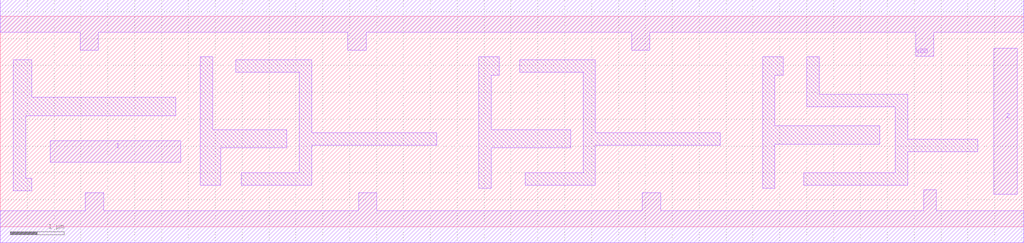
<source format=lef>
# Copyright 2022 GlobalFoundries PDK Authors
#
# Licensed under the Apache License, Version 2.0 (the "License");
# you may not use this file except in compliance with the License.
# You may obtain a copy of the License at
#
#      http://www.apache.org/licenses/LICENSE-2.0
#
# Unless required by applicable law or agreed to in writing, software
# distributed under the License is distributed on an "AS IS" BASIS,
# WITHOUT WARRANTIES OR CONDITIONS OF ANY KIND, either express or implied.
# See the License for the specific language governing permissions and
# limitations under the License.

MACRO gf180mcu_fd_sc_mcu7t5v0__dlyd_1
  CLASS core ;
  FOREIGN gf180mcu_fd_sc_mcu7t5v0__dlyd_1 0.0 0.0 ;
  ORIGIN 0 0 ;
  SYMMETRY X Y ;
  SITE GF018hv5v_mcu_sc7 ;
  SIZE 19.04 BY 3.92 ;
  PIN I
    DIRECTION INPUT ;
    ANTENNAGATEAREA 0.396 ;
    PORT
      LAYER Metal1 ;
        POLYGON 0.93 1.2 3.355 1.2 3.355 1.6 0.93 1.6  ;
    END
  END I
  PIN Z
    DIRECTION OUTPUT ;
    ANTENNADIFFAREA 0.8976 ;
    PORT
      LAYER Metal1 ;
        POLYGON 18.48 0.6 18.92 0.6 18.92 3.32 18.48 3.32  ;
    END
  END Z
  PIN VDD
    DIRECTION INOUT ;
    USE power ;
    SHAPE ABUTMENT ;
    PORT
      LAYER Metal1 ;
        POLYGON 0 3.62 1.485 3.62 1.485 3.285 1.825 3.285 1.825 3.62 3.265 3.62 6.465 3.62 6.465 3.285 6.805 3.285 6.805 3.62 8.115 3.62 11.745 3.62 11.745 3.285 12.085 3.285 12.085 3.62 13.395 3.62 17.025 3.62 17.025 3.175 17.365 3.175 17.365 3.62 18.185 3.62 19.04 3.62 19.04 4.22 18.185 4.22 13.395 4.22 8.115 4.22 3.265 4.22 0 4.22  ;
    END
  END VDD
  PIN VSS
    DIRECTION INOUT ;
    USE ground ;
    SHAPE ABUTMENT ;
    PORT
      LAYER Metal1 ;
        POLYGON 0 -0.3 19.04 -0.3 19.04 0.3 17.41 0.3 17.41 0.69 17.18 0.69 17.18 0.3 12.285 0.3 12.285 0.635 11.945 0.635 11.945 0.3 7.005 0.3 7.005 0.635 6.665 0.635 6.665 0.3 1.925 0.3 1.925 0.635 1.585 0.635 1.585 0.3 0 0.3  ;
    END
  END VSS
  OBS
      LAYER Metal1 ;
        POLYGON 0.475 2.065 3.265 2.065 3.265 2.405 0.585 2.405 0.585 3.105 0.245 3.105 0.245 0.67 0.585 0.67 0.585 0.9 0.475 0.9  ;
        POLYGON 3.72 0.77 4.105 0.77 4.105 1.465 5.33 1.465 5.33 1.805 3.95 1.805 3.95 3.16 3.72 3.16  ;
        POLYGON 4.385 2.875 5.56 2.875 5.56 1 4.485 1 4.485 0.77 5.79 0.77 5.79 1.52 8.115 1.52 8.115 1.75 5.79 1.75 5.79 3.105 4.385 3.105  ;
        POLYGON 8.9 0.715 9.13 0.715 9.13 1.465 10.61 1.465 10.61 1.805 9.13 1.805 9.13 2.82 9.285 2.82 9.285 3.16 8.9 3.16  ;
        POLYGON 9.665 2.875 10.84 2.875 10.84 1 9.765 1 9.765 0.77 11.07 0.77 11.07 1.52 13.395 1.52 13.395 1.75 11.07 1.75 11.07 3.105 9.665 3.105  ;
        POLYGON 14.18 0.715 14.41 0.715 14.41 1.535 16.36 1.535 16.36 1.875 14.41 1.875 14.41 2.82 14.565 2.82 14.565 3.16 14.18 3.16  ;
        POLYGON 15 2.235 16.65 2.235 16.65 1 14.945 1 14.945 0.77 16.88 0.77 16.88 1.395 18.185 1.395 18.185 1.625 16.88 1.625 16.88 2.465 15.23 2.465 15.23 3.16 15 3.16  ;
  END
END gf180mcu_fd_sc_mcu7t5v0__dlyd_1

</source>
